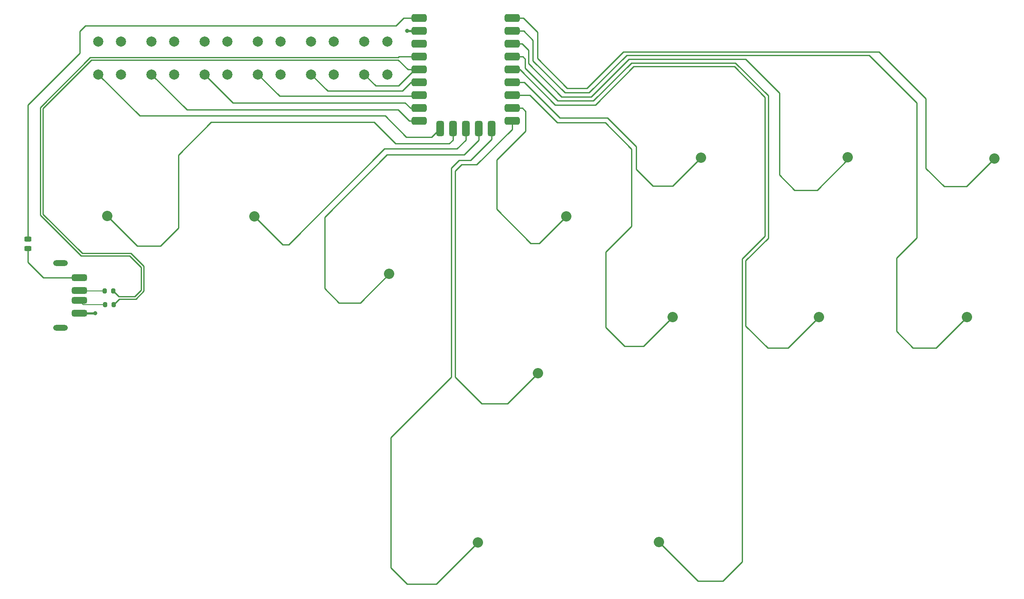
<source format=gbr>
%TF.GenerationSoftware,KiCad,Pcbnew,7.0.6*%
%TF.CreationDate,2024-02-01T15:41:42-05:00*%
%TF.ProjectId,Kolbebox_USB_Passthrough,4b6f6c62-6562-46f7-985f-5553425f5061,rev?*%
%TF.SameCoordinates,Original*%
%TF.FileFunction,Copper,L1,Top*%
%TF.FilePolarity,Positive*%
%FSLAX46Y46*%
G04 Gerber Fmt 4.6, Leading zero omitted, Abs format (unit mm)*
G04 Created by KiCad (PCBNEW 7.0.6) date 2024-02-01 15:41:42*
%MOMM*%
%LPD*%
G01*
G04 APERTURE LIST*
G04 Aperture macros list*
%AMRoundRect*
0 Rectangle with rounded corners*
0 $1 Rounding radius*
0 $2 $3 $4 $5 $6 $7 $8 $9 X,Y pos of 4 corners*
0 Add a 4 corners polygon primitive as box body*
4,1,4,$2,$3,$4,$5,$6,$7,$8,$9,$2,$3,0*
0 Add four circle primitives for the rounded corners*
1,1,$1+$1,$2,$3*
1,1,$1+$1,$4,$5*
1,1,$1+$1,$6,$7*
1,1,$1+$1,$8,$9*
0 Add four rect primitives between the rounded corners*
20,1,$1+$1,$2,$3,$4,$5,0*
20,1,$1+$1,$4,$5,$6,$7,0*
20,1,$1+$1,$6,$7,$8,$9,0*
20,1,$1+$1,$8,$9,$2,$3,0*%
G04 Aperture macros list end*
%TA.AperFunction,ComponentPad*%
%ADD10C,2.032000*%
%TD*%
%TA.AperFunction,ComponentPad*%
%ADD11C,2.000000*%
%TD*%
%TA.AperFunction,SMDPad,CuDef*%
%ADD12RoundRect,0.381000X1.119000X0.381000X-1.119000X0.381000X-1.119000X-0.381000X1.119000X-0.381000X0*%
%TD*%
%TA.AperFunction,SMDPad,CuDef*%
%ADD13RoundRect,0.381000X-0.381000X1.119000X-0.381000X-1.119000X0.381000X-1.119000X0.381000X1.119000X0*%
%TD*%
%TA.AperFunction,SMDPad,CuDef*%
%ADD14RoundRect,0.381000X0.381000X-1.119000X0.381000X1.119000X-0.381000X1.119000X-0.381000X-1.119000X0*%
%TD*%
%TA.AperFunction,SMDPad,CuDef*%
%ADD15RoundRect,0.325000X-1.175000X0.325000X-1.175000X-0.325000X1.175000X-0.325000X1.175000X0.325000X0*%
%TD*%
%TA.AperFunction,ComponentPad*%
%ADD16O,2.900000X1.200000*%
%TD*%
%TA.AperFunction,SMDPad,CuDef*%
%ADD17RoundRect,0.243750X-0.456250X0.243750X-0.456250X-0.243750X0.456250X-0.243750X0.456250X0.243750X0*%
%TD*%
%TA.AperFunction,SMDPad,CuDef*%
%ADD18RoundRect,0.200000X0.200000X0.275000X-0.200000X0.275000X-0.200000X-0.275000X0.200000X-0.275000X0*%
%TD*%
%TA.AperFunction,ViaPad*%
%ADD19C,0.800000*%
%TD*%
%TA.AperFunction,Conductor*%
%ADD20C,0.381000*%
%TD*%
%TA.AperFunction,Conductor*%
%ADD21C,0.254000*%
%TD*%
%TA.AperFunction,Conductor*%
%ADD22C,0.200000*%
%TD*%
G04 APERTURE END LIST*
D10*
%TO.P,Down/Pin 11,1,1*%
%TO.N,DOWN*%
X87320000Y-71070000D03*
%TD*%
%TO.P,Right/Pin 10,1,1*%
%TO.N,RIGHT*%
X113920000Y-82420000D03*
%TD*%
%TO.P,Up/Pin 9,1,1*%
%TO.N,UP*%
X131430000Y-135470000D03*
%TD*%
%TO.P,Square/Pin 7,1,1*%
%TO.N,SQUARE*%
X148860000Y-71010000D03*
%TD*%
%TO.P,Triangle/Pin 5,1,1*%
%TO.N,TRIANGLE*%
X175420000Y-59480000D03*
%TD*%
%TO.P,R1/Pin 2,1,1*%
%TO.N,R1*%
X204390000Y-59360000D03*
%TD*%
%TO.P,L1/Pin 0,1,1*%
%TO.N,L1*%
X233360000Y-59600000D03*
%TD*%
%TO.P,Cross/Pin 8,1,1*%
%TO.N,CROSS*%
X143250000Y-102050000D03*
%TD*%
%TO.P,Circle/Pin 6,1,1*%
%TO.N,CIRCLE*%
X169860000Y-90940000D03*
%TD*%
%TO.P,R2/Pin 3,1,1*%
%TO.N,R2*%
X198710000Y-90940000D03*
%TD*%
%TO.P,L2/Pin 1,1,1*%
%TO.N,L2*%
X227920000Y-90940000D03*
%TD*%
%TO.P,Left/Pin 12,1,1*%
%TO.N,LEFT*%
X58225000Y-70950000D03*
%TD*%
D11*
%TO.P,SW26,1,1*%
%TO.N,OPT4*%
X88000000Y-43000000D03*
X88000000Y-36500000D03*
%TO.P,SW26,2,2*%
%TO.N,GND*%
X92500000Y-43000000D03*
X92500000Y-36500000D03*
%TD*%
%TO.P,SW14,1,1*%
%TO.N,OPT2*%
X67000000Y-43000000D03*
X67000000Y-36500000D03*
%TO.P,SW14,2,2*%
%TO.N,GND*%
X71500000Y-43000000D03*
X71500000Y-36500000D03*
%TD*%
%TO.P,SW27,1,1*%
%TO.N,OPT5*%
X98500000Y-43000000D03*
X98500000Y-36500000D03*
%TO.P,SW27,2,2*%
%TO.N,GND*%
X103000000Y-43000000D03*
X103000000Y-36500000D03*
%TD*%
%TO.P,SW13,1,1*%
%TO.N,OPT1*%
X56500000Y-43000000D03*
X56500000Y-36500000D03*
%TO.P,SW13,2,2*%
%TO.N,GND*%
X61000000Y-43000000D03*
X61000000Y-36500000D03*
%TD*%
%TO.P,SW15,1,1*%
%TO.N,OPT3*%
X77500000Y-43000000D03*
X77500000Y-36500000D03*
%TO.P,SW15,2,2*%
%TO.N,GND*%
X82000000Y-43000000D03*
X82000000Y-36500000D03*
%TD*%
%TO.P,SW28,1,1*%
%TO.N,D+*%
X109000000Y-43000000D03*
X109000000Y-36500000D03*
%TO.P,SW28,2,2*%
%TO.N,GND*%
X113500000Y-43000000D03*
X113500000Y-36500000D03*
%TD*%
D12*
%TO.P,A1,0,GPIO0*%
%TO.N,L1*%
X138160000Y-31840000D03*
%TO.P,A1,1,GPIO1*%
%TO.N,L2*%
X138160000Y-34380000D03*
%TO.P,A1,2,GPIO2*%
%TO.N,R1*%
X138160000Y-36920000D03*
%TO.P,A1,3,GPIO3*%
%TO.N,R2*%
X138160000Y-39460000D03*
%TO.P,A1,4,GPIO4*%
%TO.N,TOUCH*%
X138160000Y-42000000D03*
%TO.P,A1,5,GPIO5*%
%TO.N,TRIANGLE*%
X138160000Y-44540000D03*
%TO.P,A1,6,GPIO6*%
%TO.N,CIRCLE*%
X138160000Y-47080000D03*
%TO.P,A1,7,GPIO7*%
%TO.N,SQUARE*%
X138160000Y-49620000D03*
%TO.P,A1,8,GPIO8*%
%TO.N,CROSS*%
X138160000Y-52160000D03*
D13*
%TO.P,A1,9,GPIO9*%
%TO.N,UP*%
X134080000Y-53700000D03*
%TO.P,A1,10,GPIO10*%
%TO.N,RIGHT*%
X131540000Y-53700000D03*
%TO.P,A1,11,GPIO11*%
%TO.N,DOWN*%
X129000000Y-53700000D03*
%TO.P,A1,12,GPIO12*%
%TO.N,LEFT*%
X126460000Y-53700000D03*
D14*
%TO.P,A1,13,GPIO13*%
%TO.N,OPT1*%
X123920000Y-53700000D03*
D12*
%TO.P,A1,14,GPIO14*%
%TO.N,OPT2*%
X119840000Y-52160000D03*
%TO.P,A1,15,GPIO15*%
%TO.N,OPT3*%
X119840000Y-49620000D03*
%TO.P,A1,26,GPIO26*%
%TO.N,OPT4*%
X119840000Y-47080000D03*
%TO.P,A1,27,GPIO27*%
%TO.N,OPT5*%
X119840000Y-44540000D03*
%TO.P,A1,28,GPIO28*%
%TO.N,D+*%
X119840000Y-42000000D03*
%TO.P,A1,29,GPIO29*%
%TO.N,D-*%
X119840000Y-39460000D03*
%TO.P,A1,30,3V3*%
%TO.N,3V3*%
X119840000Y-36920000D03*
%TO.P,A1,31,GND*%
%TO.N,GND*%
X119840000Y-34380000D03*
%TO.P,A1,32,5V*%
%TO.N,5V*%
X119840000Y-31840000D03*
%TD*%
D15*
%TO.P,USB Passthrough,1*%
%TO.N,5V*%
X52710000Y-83160000D03*
%TO.P,USB Passthrough,2*%
%TO.N,D-*%
X52710000Y-85660000D03*
%TO.P,USB Passthrough,3*%
%TO.N,D+*%
X52710000Y-87660000D03*
%TO.P,USB Passthrough,4*%
%TO.N,GND*%
X52710000Y-90160000D03*
D16*
%TO.P,USB Passthrough,5*%
%TO.N,N/C*%
X49010000Y-80260000D03*
X49010000Y-93060000D03*
%TD*%
D17*
%TO.P,F1,1*%
%TO.N,5V*%
X42600000Y-75500000D03*
%TO.P,F1,2*%
X42600000Y-77375000D03*
%TD*%
D18*
%TO.P,Re2,1*%
%TO.N,D-*%
X59432500Y-85760000D03*
%TO.P,Re2,2*%
X57782500Y-85760000D03*
%TD*%
D10*
%TO.P,R3/Pin 4,1,1*%
%TO.N,TOUCH*%
X167161554Y-135405918D03*
%TD*%
D18*
%TO.P,Re1,1*%
%TO.N,D+*%
X59505000Y-88450000D03*
%TO.P,Re1,2*%
X57855000Y-88450000D03*
%TD*%
D19*
%TO.N,GND*%
X117400000Y-34400000D03*
X55900000Y-90200000D03*
%TD*%
D20*
%TO.N,GND*%
X117420000Y-34380000D02*
X117400000Y-34400000D01*
X55860000Y-90160000D02*
X55900000Y-90200000D01*
X52710000Y-90160000D02*
X55860000Y-90160000D01*
X119840000Y-34380000D02*
X117420000Y-34380000D01*
D21*
%TO.N,LEFT*%
X58225000Y-70950000D02*
X64175000Y-76900000D01*
X110950000Y-52450000D02*
X115160000Y-56660000D01*
X68750000Y-76900000D02*
X72300000Y-73350000D01*
X115160000Y-56660000D02*
X125730000Y-56660000D01*
X125730000Y-56660000D02*
X126460000Y-55930000D01*
X78750000Y-52450000D02*
X110950000Y-52450000D01*
X126460000Y-55930000D02*
X126460000Y-53700000D01*
X64175000Y-76900000D02*
X68750000Y-76900000D01*
X126460000Y-53700000D02*
X126460000Y-54540000D01*
X72300000Y-58900000D02*
X78750000Y-52450000D01*
X72300000Y-73350000D02*
X72300000Y-58900000D01*
%TO.N,DOWN*%
X87320000Y-71070000D02*
X92850000Y-76600000D01*
X92850000Y-76600000D02*
X94050000Y-76600000D01*
X129000000Y-55935000D02*
X129000000Y-53700000D01*
X94050000Y-76600000D02*
X112950000Y-57700000D01*
X112950000Y-57700000D02*
X127235000Y-57700000D01*
X127235000Y-57700000D02*
X129000000Y-55935000D01*
%TO.N,RIGHT*%
X113480000Y-58840000D02*
X101150000Y-71170000D01*
X131540000Y-53700000D02*
X131540000Y-54360000D01*
X131540000Y-53700000D02*
X131540000Y-55970000D01*
X101150000Y-71170000D02*
X101150000Y-85300000D01*
X131540000Y-55970000D02*
X128670000Y-58840000D01*
X101150000Y-85300000D02*
X104000000Y-88150000D01*
X108190000Y-88150000D02*
X113920000Y-82420000D01*
X128670000Y-58840000D02*
X113480000Y-58840000D01*
X104000000Y-88150000D02*
X108190000Y-88150000D01*
%TO.N,UP*%
X114210000Y-114740000D02*
X114210000Y-140450000D01*
X134080000Y-53700000D02*
X134080000Y-55800000D01*
X127690000Y-59930000D02*
X126145990Y-61474010D01*
X134080000Y-53700000D02*
X134080000Y-54420000D01*
X134080000Y-55800000D02*
X129950000Y-59930000D01*
X126145990Y-61474010D02*
X126145990Y-102804010D01*
X123200000Y-143700000D02*
X131430000Y-135470000D01*
X129950000Y-59930000D02*
X127690000Y-59930000D01*
X126145990Y-102804010D02*
X114210000Y-114740000D01*
X117460000Y-143700000D02*
X123200000Y-143700000D01*
X114210000Y-140450000D02*
X117460000Y-143700000D01*
%TO.N,L1*%
X143160000Y-39820000D02*
X149040000Y-45700000D01*
X143160000Y-34610000D02*
X143160000Y-39820000D01*
X160090000Y-38540000D02*
X210590000Y-38540000D01*
X210590000Y-38540000D02*
X219800000Y-47750000D01*
X140390000Y-31840000D02*
X143160000Y-34610000D01*
X219800000Y-61550000D02*
X223400000Y-65150000D01*
X219800000Y-47750000D02*
X219800000Y-61550000D01*
X152930000Y-45700000D02*
X160090000Y-38540000D01*
X223400000Y-65150000D02*
X227810000Y-65150000D01*
X149040000Y-45700000D02*
X152930000Y-45700000D01*
X138160000Y-31840000D02*
X140390000Y-31840000D01*
X227810000Y-65150000D02*
X233360000Y-59600000D01*
%TO.N,R1*%
X190900000Y-62850000D02*
X193900000Y-65850000D01*
X161200000Y-40000000D02*
X184250000Y-40000000D01*
X147920000Y-47400000D02*
X153800000Y-47400000D01*
X141370000Y-40850000D02*
X147920000Y-47400000D01*
X141370000Y-38160000D02*
X141370000Y-40850000D01*
X204390000Y-59810000D02*
X204390000Y-59360000D01*
X198350000Y-65850000D02*
X204390000Y-59810000D01*
X138160000Y-36920000D02*
X140130000Y-36920000D01*
X140130000Y-36920000D02*
X141370000Y-38160000D01*
X153800000Y-47400000D02*
X161200000Y-40000000D01*
X193900000Y-65850000D02*
X198350000Y-65850000D01*
X184250000Y-40000000D02*
X190900000Y-46650000D01*
X190900000Y-46650000D02*
X190900000Y-62850000D01*
%TO.N,TRIANGLE*%
X140570000Y-44540000D02*
X147610000Y-51580000D01*
X147610000Y-51580000D02*
X156980000Y-51580000D01*
X165950000Y-65050000D02*
X169850000Y-65050000D01*
X162650000Y-57250000D02*
X162650000Y-61750000D01*
X156980000Y-51580000D02*
X162650000Y-57250000D01*
X138160000Y-44540000D02*
X140570000Y-44540000D01*
X162650000Y-61750000D02*
X165950000Y-65050000D01*
X169850000Y-65050000D02*
X175420000Y-59480000D01*
%TO.N,SQUARE*%
X135100000Y-69600000D02*
X141850000Y-76350000D01*
X138160000Y-49620000D02*
X140170000Y-49620000D01*
X138160000Y-49620000D02*
X139220000Y-49620000D01*
X140170000Y-49620000D02*
X140820000Y-50270000D01*
X143520000Y-76350000D02*
X148860000Y-71010000D01*
X140820000Y-50270000D02*
X140820000Y-54180000D01*
X135100000Y-59900000D02*
X135100000Y-69600000D01*
X141850000Y-76350000D02*
X143520000Y-76350000D01*
X140820000Y-54180000D02*
X135100000Y-59900000D01*
%TO.N,CIRCLE*%
X138160000Y-47080000D02*
X139080000Y-47080000D01*
X147050000Y-52500000D02*
X156525000Y-52500000D01*
X160400000Y-96700000D02*
X164100000Y-96700000D01*
X164100000Y-96700000D02*
X169860000Y-90940000D01*
X156525000Y-52500000D02*
X161750000Y-57725000D01*
X138160000Y-47080000D02*
X141630000Y-47080000D01*
X161750000Y-57725000D02*
X161750000Y-72950000D01*
X156650000Y-92950000D02*
X160400000Y-96700000D01*
X141630000Y-47080000D02*
X147050000Y-52500000D01*
X161750000Y-72950000D02*
X156650000Y-78050000D01*
X156650000Y-78050000D02*
X156650000Y-92950000D01*
%TO.N,CROSS*%
X132200000Y-108050000D02*
X126950000Y-102800000D01*
X138160000Y-52160000D02*
X138960000Y-52160000D01*
X128220000Y-60830000D02*
X131190000Y-60830000D01*
X143250000Y-102050000D02*
X137250000Y-108050000D01*
X126950000Y-102800000D02*
X126950000Y-62100000D01*
X137250000Y-108050000D02*
X132200000Y-108050000D01*
X126950000Y-62100000D02*
X128220000Y-60830000D01*
X138160000Y-53860000D02*
X138160000Y-52160000D01*
X131190000Y-60830000D02*
X138160000Y-53860000D01*
%TO.N,R2*%
X188700000Y-75350000D02*
X184250000Y-79800000D01*
X147250000Y-48200000D02*
X154200000Y-48200000D01*
X188700000Y-47150000D02*
X188700000Y-75350000D01*
X138160000Y-39460000D02*
X140260000Y-39460000D01*
X154200000Y-48200000D02*
X161710000Y-40690000D01*
X192600000Y-97050000D02*
X198710000Y-90940000D01*
X140730000Y-41772053D02*
X147157947Y-48200000D01*
X161710000Y-40690000D02*
X182240000Y-40690000D01*
X184250000Y-79800000D02*
X184250000Y-92700000D01*
X188600000Y-97050000D02*
X192600000Y-97050000D01*
X184250000Y-92700000D02*
X188600000Y-97050000D01*
X140730000Y-39930000D02*
X140730000Y-41772053D01*
X147157947Y-48200000D02*
X147250000Y-48200000D01*
X140260000Y-39460000D02*
X140730000Y-39930000D01*
X182240000Y-40690000D02*
X188700000Y-47150000D01*
%TO.N,L2*%
X142270000Y-40290000D02*
X148580000Y-46600000D01*
X140430000Y-34380000D02*
X142270000Y-36220000D01*
X214000000Y-79250000D02*
X214000000Y-93750000D01*
X153375000Y-46600000D02*
X160775000Y-39200000D01*
X221860000Y-97000000D02*
X227920000Y-90940000D01*
X148580000Y-46600000D02*
X153375000Y-46600000D01*
X218000000Y-75250000D02*
X214000000Y-79250000D01*
X208600000Y-39200000D02*
X218000000Y-48600000D01*
X214000000Y-93750000D02*
X217250000Y-97000000D01*
X217250000Y-97000000D02*
X221860000Y-97000000D01*
X160775000Y-39200000D02*
X208600000Y-39200000D01*
X218000000Y-48600000D02*
X218000000Y-75250000D01*
X142270000Y-36220000D02*
X142270000Y-40290000D01*
X138160000Y-34380000D02*
X140430000Y-34380000D01*
%TO.N,OPT1*%
X64680000Y-51180000D02*
X56500000Y-43000000D01*
X117300000Y-55400000D02*
X122220000Y-55400000D01*
X113080000Y-51180000D02*
X64680000Y-51180000D01*
X113080000Y-51180000D02*
X117300000Y-55400000D01*
X122220000Y-55400000D02*
X123920000Y-53700000D01*
X123920000Y-53700000D02*
X123920000Y-54580000D01*
%TO.N,OPT2*%
X119840000Y-52160000D02*
X119060000Y-52160000D01*
X117890000Y-52160000D02*
X119840000Y-52160000D01*
X73970000Y-49970000D02*
X115700000Y-49970000D01*
X115700000Y-49970000D02*
X117890000Y-52160000D01*
X67000000Y-43000000D02*
X73970000Y-49970000D01*
%TO.N,OPT3*%
X83080000Y-48580000D02*
X117040000Y-48580000D01*
X77500000Y-43000000D02*
X83080000Y-48580000D01*
X118080000Y-49620000D02*
X119840000Y-49620000D01*
X117040000Y-48580000D02*
X118080000Y-49620000D01*
%TO.N,OPT4*%
X119840000Y-47080000D02*
X119720000Y-47200000D01*
X92250000Y-47250000D02*
X119670000Y-47250000D01*
X88000000Y-43000000D02*
X92250000Y-47250000D01*
X119670000Y-47250000D02*
X119840000Y-47080000D01*
%TO.N,OPT5*%
X116500000Y-46250000D02*
X118210000Y-44540000D01*
X101750000Y-46250000D02*
X116500000Y-46250000D01*
X118210000Y-44540000D02*
X119840000Y-44540000D01*
X98500000Y-43000000D02*
X101750000Y-46250000D01*
X119840000Y-44540000D02*
X118910000Y-44540000D01*
%TO.N,TOUCH*%
X138160000Y-42000000D02*
X139680000Y-42000000D01*
X183570000Y-139310000D02*
X179760000Y-143120000D01*
X162160000Y-41440000D02*
X182010000Y-41440000D01*
X183570000Y-79390000D02*
X183570000Y-139310000D01*
X179760000Y-143120000D02*
X174875636Y-143120000D01*
X188030000Y-47460000D02*
X188030000Y-74930000D01*
X154600000Y-49000000D02*
X162160000Y-41440000D01*
X139680000Y-42000000D02*
X146680000Y-49000000D01*
X188030000Y-74930000D02*
X183570000Y-79390000D01*
X174875636Y-143120000D02*
X167161554Y-135405918D01*
X146680000Y-49000000D02*
X154600000Y-49000000D01*
X182010000Y-41440000D02*
X188030000Y-47460000D01*
%TO.N,5V*%
X116760000Y-31840000D02*
X115200000Y-33400000D01*
X42600000Y-80100000D02*
X45660000Y-83160000D01*
X115200000Y-33400000D02*
X53900000Y-33400000D01*
X119840000Y-31840000D02*
X116760000Y-31840000D01*
X42600000Y-77375000D02*
X42600000Y-80100000D01*
X52800000Y-38800000D02*
X42600000Y-49000000D01*
X45660000Y-83160000D02*
X52710000Y-83160000D01*
X53900000Y-33400000D02*
X52800000Y-34500000D01*
X52800000Y-34500000D02*
X52800000Y-38800000D01*
X42600000Y-49000000D02*
X42600000Y-75500000D01*
%TO.N,D-*%
X119160000Y-39460000D02*
X119840000Y-39460000D01*
X64948000Y-81104382D02*
X64948000Y-85595618D01*
X45048000Y-70804382D02*
X53095618Y-78852000D01*
X54897618Y-39646000D02*
X45048000Y-49495618D01*
X119840000Y-39460000D02*
X115840000Y-39460000D01*
D22*
X52710000Y-85660000D02*
X52810000Y-85760000D01*
D21*
X115654000Y-39646000D02*
X54897618Y-39646000D01*
X115840000Y-39460000D02*
X115654000Y-39646000D01*
D22*
X52710000Y-85660000D02*
X52820000Y-85550000D01*
X52810000Y-85760000D02*
X57695000Y-85760000D01*
D21*
X60520500Y-86848000D02*
X59432500Y-85760000D01*
X62695618Y-78852000D02*
X64948000Y-81104382D01*
X63695618Y-86848000D02*
X60520500Y-86848000D01*
X64948000Y-85595618D02*
X63695618Y-86848000D01*
X53095618Y-78852000D02*
X62695618Y-78852000D01*
X45048000Y-49495618D02*
X45048000Y-70804382D01*
%TO.N,D+*%
X119840000Y-42000000D02*
X117589999Y-42000000D01*
X117589999Y-42000000D02*
X115689999Y-40100000D01*
X60603000Y-87352000D02*
X59505000Y-88450000D01*
X65452000Y-85804382D02*
X63904382Y-87352000D01*
X53304382Y-78348000D02*
X62904382Y-78348000D01*
D22*
X52710000Y-87660000D02*
X53500000Y-88450000D01*
D21*
X115750000Y-45250000D02*
X111250000Y-45250000D01*
X55156382Y-40100000D02*
X45552000Y-49704382D01*
X45552000Y-70595618D02*
X53304382Y-78348000D01*
X115689999Y-40100000D02*
X55156382Y-40100000D01*
X62904382Y-78348000D02*
X65452000Y-80895618D01*
D22*
X53500000Y-88450000D02*
X57767500Y-88450000D01*
D21*
X45552000Y-49704382D02*
X45552000Y-70595618D01*
X119840000Y-42000000D02*
X119000000Y-42000000D01*
X111250000Y-45250000D02*
X109000000Y-43000000D01*
X63904382Y-87352000D02*
X60603000Y-87352000D01*
X65452000Y-80895618D02*
X65452000Y-85804382D01*
X119000000Y-42000000D02*
X115750000Y-45250000D01*
%TD*%
M02*

</source>
